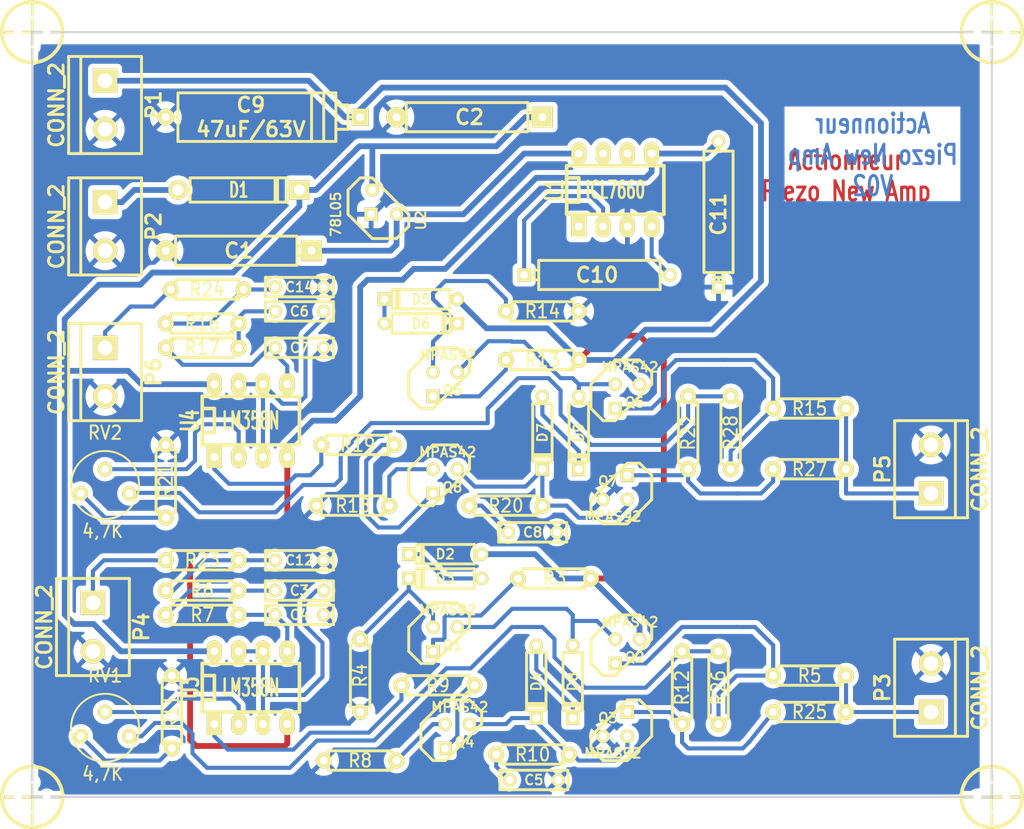
<source format=kicad_pcb>
(kicad_pcb (version 20221018) (generator pcbnew)
  (title_block (title "Actionneur_piezo"))
  (layers (0 "F.Cu" power "Composant") (31 "B.Cu" signal "Cuivre") (34 "B.Paste" user) (35 "F.Paste" user) (36 "B.SilkS" user "B.Silkscreen") (37 "F.SilkS" user "F.Silkscreen") (38 "B.Mask" user) (39 "F.Mask" user) (44 "Edge.Cuts" user))
  (net 0 "")
  (net 1 "+12V")
  (net 2 "-VAA")
  (net 3 "/12Vext")
  (net 4 "/ampli_h1")
  (net 5 "/ampli_h2")
  (net 6 "/ampli_h3")
  (net 7 "/ampli_h4")
  (net 8 "/ampli_h5")
  (net 9 "/ampli_h6")
  (net 10 "/ampli_h7")
  (net 11 "/ampli_h8")
  (net 12 "GND")
  (net 13 "HT")
  (net 14 "N-000005")
  (net 15 "N-000010")
  (net 16 "N-000011")
  (net 17 "N-000012")
  (net 18 "N-000013")
  (net 19 "N-000014")
  (net 20 "N-000015")
  (net 21 "N-000016")
  (net 22 "N-000017")
  (net 23 "N-000018")
  (net 24 "N-000019")
  (net 25 "N-000020")
  (net 26 "N-000021")
  (net 27 "N-000022")
  (net 28 "N-000023")
  (net 29 "N-000024")
  (net 30 "N-000025")
  (net 31 "N-000026")
  (net 32 "N-000027")
  (net 33 "N-000032")
  (net 34 "N-000033")
  (net 35 "N-000034")
  (net 36 "N-000035")
  (net 37 "N-000036")
  (net 38 "N-000037")
  (net 39 "N-000038")
  (net 40 "N-000039")
  (net 41 "N-000040")
  (net 42 "N-000041")
  (net 43 "N-000042")
  (net 44 "N-000043")
  (net 45 "N-000044")
  (net 46 "N-000045")
  (net 47 "N-000046")
  (net 48 "N-000047")
  (net 49 "N-000048")
  (net 50 "VCC")
  (footprint "bornier2" (layer "F.Cu") (at 95.885 59.436 -90)
    (fp_text reference "P1")
    (fp_text value "CONN_2")
  )
  (footprint "bornier2" (layer "F.Cu") (at 182.245 120.396 90)
    (fp_text reference "P3")
    (fp_text value "CONN_2")
  )
  (footprint "C2" (layer "F.Cu") (at 140.589 104.14)
    (fp_text reference "C8")
    (fp_text value "820pF" hide)
  )
  (footprint "C2" (layer "F.Cu") (at 116.205 112.776)
    (fp_text reference "C4")
    (fp_text value "4,7nF" hide)
  )
  (footprint "CP6" (layer "F.Cu") (at 133.985 60.706 180)
    (fp_text reference "C2")
    (fp_text value "47uF/20V" hide)
  )
  (footprint "CP8" (layer "F.Cu") (at 112.395 60.706 180)
    (fp_text reference "C9")
    (fp_text value "47uF/63V")
  )
  (footprint "C2" (layer "F.Cu") (at 140.716 130.048)
    (fp_text reference "C5")
    (fp_text value "820pF" hide)
  )
  (footprint "C2" (layer "F.Cu") (at 116.205 110.236 180)
    (fp_text reference "C3")
    (fp_text value "15nF" hide)
  )
  (footprint "C2" (layer "F.Cu") (at 116.205 81.026 180)
    (fp_text reference "C6")
    (fp_text value "15nF" hide)
  )
  (footprint "CP6" (layer "F.Cu") (at 109.855 74.676 180)
    (fp_text reference "C1")
    (fp_text value "47uF" hide)
  )
  (footprint "C2" (layer "F.Cu") (at 116.205 84.836)
    (fp_text reference "C7")
    (fp_text value "4,7nF" hide)
  )
  (footprint "D3" (layer "F.Cu") (at 128.905 82.296)
    (fp_text reference "D6")
    (fp_text value "1N4148" hide)
  )
  (footprint "D3" (layer "F.Cu") (at 140.97 119.761 -90)
    (fp_text reference "D4")
    (fp_text value "1N4148" hide)
  )
  (footprint "D3" (layer "F.Cu") (at 131.445 108.966 180)
    (fp_text reference "D3")
    (fp_text value "1N4148" hide)
  )
  (footprint "D3" (layer "F.Cu") (at 131.445 106.426 180)
    (fp_text reference "D2")
    (fp_text value "1N4148" hide)
  )
  (footprint "D5" (layer "F.Cu") (at 109.855 68.326)
    (fp_text reference "D1")
    (fp_text value "1N4007" hide)
  )
  (footprint "D3" (layer "F.Cu") (at 141.605 93.726 -90)
    (fp_text reference "D7")
    (fp_text value "1N4148" hide)
  )
  (footprint "D3" (layer "F.Cu") (at 128.905 79.756 180)
    (fp_text reference "D5")
    (fp_text value "1N4148" hide)
  )
  (footprint "LM78LXX" (layer "F.Cu") (at 125.095 69.596 90)
    (fp_text reference "U2")
    (fp_text value "78L05")
  )
  (footprint "R3-LARGE_PADS" (layer "F.Cu") (at 156.21 120.396 -90)
    (fp_text reference "R12")
    (fp_text value "220K" hide)
  )
  (footprint "R3-LARGE_PADS" (layer "F.Cu") (at 106.045 84.836)
    (fp_text reference "R17")
    (fp_text value "22K" hide)
  )
  (footprint "R3-LARGE_PADS" (layer "F.Cu") (at 142.875 108.966 180)
    (fp_text reference "R3")
    (fp_text value "470" hide)
  )
  (footprint "R3-LARGE_PADS" (layer "F.Cu") (at 121.793 101.346 180)
    (fp_text reference "R18")
    (fp_text value "1K" hide)
  )
  (footprint "R3-LARGE_PADS" (layer "F.Cu") (at 169.545 119.126 180)
    (fp_text reference "R5")
    (fp_text value "47" hide)
  )
  (footprint "R3-LARGE_PADS" (layer "F.Cu") (at 122.555 128.016 180)
    (fp_text reference "R8")
    (fp_text value "1K" hide)
  )
  (footprint "R3-LARGE_PADS" (layer "F.Cu") (at 141.605 86.106 180)
    (fp_text reference "R13")
    (fp_text value "470" hide)
  )
  (footprint "R3-LARGE_PADS" (layer "F.Cu") (at 156.845 93.726 -90)
    (fp_text reference "R22")
    (fp_text value "220K" hide)
  )
  (footprint "R3-LARGE_PADS" (layer "F.Cu") (at 102.87 122.936 90)
    (fp_text reference "R11")
    (fp_text value "4,7K" hide)
  )
  (footprint "R3-LARGE_PADS" (layer "F.Cu") (at 106.045 110.236 180)
    (fp_text reference "R6")
    (fp_text value "22K" hide)
  )
  (footprint "R3-LARGE_PADS" (layer "F.Cu") (at 102.235 98.806 90)
    (fp_text reference "R21")
    (fp_text value "4,7K" hide)
  )
  (footprint "R3-LARGE_PADS" (layer "F.Cu") (at 106.045 82.296 180)
    (fp_text reference "R16")
    (fp_text value "22K" hide)
  )
  (footprint "R3-LARGE_PADS" (layer "F.Cu") (at 122.301 94.996 180)
    (fp_text reference "R19")
    (fp_text value "1K" hide)
  )
  (footprint "R3-LARGE_PADS" (layer "F.Cu") (at 140.589 127.381 180)
    (fp_text reference "R10")
    (fp_text value "5,6K" hide)
  )
  (footprint "R3-LARGE_PADS" (layer "F.Cu") (at 137.795 101.346 180)
    (fp_text reference "R20")
    (fp_text value "5,6K" hide)
  )
  (footprint "R3-LARGE_PADS" (layer "F.Cu") (at 122.555 119.126 -90)
    (fp_text reference "R4")
    (fp_text value "220K" hide)
  )
  (footprint "R3-LARGE_PADS" (layer "F.Cu") (at 106.045 112.776 180)
    (fp_text reference "R7")
    (fp_text value "22K" hide)
  )
  (footprint "TO92-CBE" (layer "F.Cu") (at 149.225 124.206 180)
    (fp_text reference "Q3")
    (fp_text value "MPAS92")
  )
  (footprint "TO92-CBE" (layer "F.Cu") (at 131.445 88.646)
    (fp_text reference "Q5")
    (fp_text value "MPAS92")
  )
  (footprint "TO92-CBE" (layer "F.Cu") (at 149.225 99.441 180)
    (fp_text reference "Q7")
    (fp_text value "MPAS92")
  )
  (footprint "TO92-CBE" (layer "F.Cu") (at 150.495 89.916)
    (fp_text reference "Q6")
    (fp_text value "MPAS42")
  )
  (footprint "TO92-CBE" (layer "F.Cu") (at 131.445 115.316)
    (fp_text reference "Q1")
    (fp_text value "MPAS92")
  )
  (footprint "TO92-CBE" (layer "F.Cu") (at 150.495 116.586)
    (fp_text reference "Q2")
    (fp_text value "MPAS42")
  )
  (footprint "TO92-CBE" (layer "F.Cu") (at 132.715 125.476)
    (fp_text reference "Q4")
    (fp_text value "MPAS42")
  )
  (footprint "TO92-CBE" (layer "F.Cu") (at 131.445 98.806)
    (fp_text reference "Q8")
    (fp_text value "MPAS42")
  )
  (footprint "bornier2" (layer "F.Cu") (at 95.885 72.136 -90)
    (fp_text reference "P2")
    (fp_text value "CONN_2")
  )
  (footprint "DIP-8__300_ELL" (layer "F.Cu") (at 149.225 68.326)
    (fp_text reference "U1")
    (fp_text value "ICL7660")
  )
  (footprint "DIP-8__300_ELL" (layer "F.Cu") (at 111.125 92.456)
    (fp_text reference "U4")
    (fp_text value "LM358N")
  )
  (footprint "bornier2" (layer "F.Cu") (at 94.615 114.046 -90)
    (fp_text reference "P4")
    (fp_text value "CONN_2")
  )
  (footprint "bornier2" (layer "F.Cu") (at 182.245 97.536 90)
    (fp_text reference "P5")
    (fp_text value "CONN_2")
  )
  (footprint "bornier2" (layer "F.Cu") (at 95.885 87.376 -90)
    (fp_text reference "P6")
    (fp_text value "CONN_2")
  )
  (footprint "DIP-8__300_ELL" (layer "F.Cu") (at 111.125 120.396)
    (fp_text reference "U3")
    (fp_text value "LM358N")
  )
  (footprint "R3-LARGE_PADS" (layer "F.Cu") (at 130.683 120.142 180)
    (fp_text reference "R9")
    (fp_text value "1K" hide)
  )
  (footprint "R3-LARGE_PADS" (layer "F.Cu") (at 169.545 91.186 180)
    (fp_text reference "R15")
    (fp_text value "47" hide)
  )
  (footprint "RV2" (layer "F.Cu") (at 95.885 124.206)
    (fp_text reference "RV1")
    (fp_text value "4,7K")
  )
  (footprint "RV2" (layer "F.Cu") (at 95.885 98.806)
    (fp_text reference "RV2")
    (fp_text value "4,7K")
  )
  (footprint "MIRE" (layer "F.Cu") (at 188.595 51.816)
    (fp_text reference "MIRE" hide)
    (fp_text value "*" hide)
  )
  (footprint "MIRE" (layer "F.Cu") (at 88.265 51.816)
    (fp_text reference "MIRE" hide)
    (fp_text value "*" hide)
  )
  (footprint "MIRE" (layer "F.Cu") (at 88.265 131.826)
    (fp_text reference "MIRE" hide)
    (fp_text value "*" hide)
  )
  (footprint "MIRE" (layer "F.Cu") (at 188.595 131.826)
    (fp_text reference "MIRE" hide)
    (fp_text value "*" hide)
  )
  (footprint "CP6" (layer "F.Cu") (at 147.32 77.216)
    (fp_text reference "C10")
    (fp_text value "10uF" hide)
  )
  (footprint "CP6" (layer "F.Cu") (at 160.02 70.866 90)
    (fp_text reference "C11")
    (fp_text value "10uF" hide)
  )
  (footprint "R3-LARGE_PADS" (layer "F.Cu") (at 141.605 81.026)
    (fp_text reference "R14")
    (fp_text value "220K" hide)
  )
  (footprint "C2" (layer "F.Cu") (at 116.205 78.486)
    (fp_text reference "C14")
    (fp_text value "150nF" hide)
  )
  (footprint "C2" (layer "F.Cu") (at 116.205 107.061)
    (fp_text reference "C12")
    (fp_text value "150nF" hide)
  )
  (footprint "R3-LARGE_PADS" (layer "F.Cu") (at 106.045 107.061 180)
    (fp_text reference "R23")
    (fp_text value "1K" hide)
  )
  (footprint "R3-LARGE_PADS" (layer "F.Cu") (at 106.553 78.74 180)
    (fp_text reference "R24")
    (fp_text value "1K" hide)
  )
  (footprint "D3" (layer "F.Cu") (at 145.415 93.726 -90)
    (fp_text reference "D9")
    (fp_text value "1N4148" hide)
  )
  (footprint "D3" (layer "F.Cu") (at 144.78 119.761 -90)
    (fp_text reference "D8")
    (fp_text value "1N4148" hide)
  )
  (footprint "R3-LARGE_PADS" (layer "F.Cu") (at 169.545 122.936 180)
    (fp_text reference "R25")
    (fp_text value "47" hide)
  )
  (footprint "R3-LARGE_PADS" (layer "F.Cu") (at 160.02 120.396 -90)
    (fp_text reference "R26")
    (fp_text value "220K" hide)
  )
  (footprint "R3-LARGE_PADS" (layer "F.Cu") (at 169.545 97.536 180)
    (fp_text reference "R27")
    (fp_text value "47" hide)
  )
  (footprint "R3-LARGE_PADS" (layer "F.Cu") (at 161.29 93.726 -90)
    (fp_text reference "R28")
    (fp_text value "220K" hide)
  )
  (gr_line (start 88.265 51.816) (end 188.595 51.816) (stroke (width 0.2032)) (layer "Edge.Cuts"))
  (gr_line (start 188.595 51.816) (end 188.595 131.826) (stroke (width 0.2032)) (layer "Edge.Cuts"))
  (gr_line (start 188.595 131.826) (end 88.265 131.826) (stroke (width 0.2032)) (layer "Edge.Cuts"))
  (gr_line (start 88.265 131.826) (end 88.265 51.816) (stroke (width 0.2032)) (layer "Edge.Cuts"))
  (gr_text "Actionneur\nPiezo New Amp\nV02" (at 173.355 68.453) (layer "F.Cu") (effects (font (size 2.032 1.524) (thickness 0.3048))))
  (gr_text "Actionneur\nPiezo New Amp\nV02" (at 176.149 64.643) (layer "B.Cu") (effects (font (size 2.032 1.524) (thickness 0.3048)) (justify mirror)))
  (segment (start 91.6686 112.75314) (end 91.6686 87.249) (width 0.6096) (layer "B.Cu") (net 1))
  (segment (start 98.298 87.249) (end 99.695 88.646) (width 0.6096) (layer "B.Cu") (net 1))
  (segment (start 116.205 70.03542) (end 109.27842 76.962) (width 0.6096) (layer "B.Cu") (net 1))
  (segment (start 91.6686 85.4837) (end 91.6686 81.8134) (width 0.6096) (layer "B.Cu") (net 1))
  (segment (start 116.205 68.326) (end 117.91442 68.326) (width 0.6096) (layer "B.Cu") (net 1))
  (segment (start 107.315 116.586) (end 97.54108 116.586) (width 0.6096) (layer "B.Cu") (net 1))
  (segment (start 116.205 68.326) (end 116.205 70.03542) (width 0.6096) (layer "B.Cu") (net 1))
  (segment (start 91.6686 81.8134) (end 95.25 78.232) (width 0.6096) (layer "B.Cu") (net 1))
  (segment (start 95.25 78.232) (end 99.568 78.232) (width 0.6096) (layer "B.Cu") (net 1))
  (segment (start 123.825 68.326) (end 123.825 63.74892) (width 0.6096) (layer "B.Cu") (net 1))
  (segment (start 136.78916 63.74892) (end 139.83208 60.706) (width 0.6096) (layer "B.Cu") (net 1))
  (segment (start 92.64904 113.73358) (end 91.6686 112.75314) (width 0.6096) (layer "B.Cu") (net 1))
  (segment (start 99.568 78.232) (end 100.838 76.962) (width 0.6096) (layer "B.Cu") (net 1))
  (segment (start 117.91442 68.326) (end 122.4915 63.74892) (width 0.6096) (layer "B.Cu") (net 1))
  (segment (start 99.695 88.646) (end 107.315 88.646) (width 0.6096) (layer "B.Cu") (net 1))
  (segment (start 100.838 76.962) (end 109.27842 76.962) (width 0.6096) (layer "B.Cu") (net 1))
  (segment (start 97.54108 116.586) (end 94.68866 113.73358) (width 0.6096) (layer "B.Cu") (net 1))
  (segment (start 122.4915 63.74892) (end 123.825 63.74892) (width 0.6096) (layer "B.Cu") (net 1))
  (segment (start 141.605 60.706) (end 139.83208 60.706) (width 0.6096) (layer "B.Cu") (net 1))
  (segment (start 94.68866 113.73358) (end 92.64904 113.73358) (width 0.6096) (layer "B.Cu") (net 1))
  (segment (start 91.6686 87.249) (end 98.298 87.249) (width 0.6096) (layer "B.Cu") (net 1))
  (segment (start 123.825 63.74892) (end 136.78916 63.74892) (width 0.6096) (layer "B.Cu") (net 1))
  (segment (start 91.6686 87.249) (end 91.6686 85.4837) (width 0.6096) (layer "B.Cu") (net 1))
  (segment (start 105.41 126.492) (end 104.775 125.857) (width 0.6096) (layer "F.Cu") (net 2))
  (segment (start 114.935 102.108) (end 114.935 102.362) (width 0.6096) (layer "F.Cu") (net 2))
  (segment (start 114.935 96.266) (end 114.935 102.108) (width 0.6096) (layer "F.Cu") (net 2))
  (segment (start 112.776 104.521) (end 107.061 104.521) (width 0.6096) (layer "F.Cu") (net 2))
  (segment (start 114.681 126.492) (end 114.935 126.238) (width 0.6096) (layer "F.Cu") (net 2))
  (segment (start 104.775 109.601) (end 104.775 125.857) (width 0.6096) (layer "F.Cu") (net 2))
  (segment (start 113.411 126.492) (end 105.41 126.492) (width 0.6096) (layer "F.Cu") (net 2))
  (segment (start 113.411 126.492) (end 114.681 126.492) (width 0.6096) (layer "F.Cu") (net 2))
  (segment (start 107.061 104.521) (end 104.775 106.807) (width 0.6096) (layer "F.Cu") (net 2))
  (segment (start 104.775 106.807) (end 104.775 109.601) (width 0.6096) (layer "F.Cu") (net 2))
  (segment (start 114.935 126.238) (end 114.935 124.206) (width 0.6096) (layer "F.Cu") (net 2))
  (segment (start 114.935 102.362) (end 112.776 104.521) (width 0.6096) (layer "F.Cu") (net 2))
  (segment (start 128.143 76.581) (end 127 77.724) (width 0.6096) (layer "B.Cu") (net 2))
  (segment (start 140.97 67.056) (end 152.4 67.056) (width 0.6096) (layer "B.Cu") (net 2))
  (segment (start 120.015 92.456) (end 122.555 89.916) (width 0.6096) (layer "B.Cu") (net 2))
  (segment (start 153.035 64.516) (end 158.75 64.516) (width 0.6096) (layer "B.Cu") (net 2))
  (segment (start 114.935 96.266) (end 114.935 95.123) (width 0.6096) (layer "B.Cu") (net 2))
  (segment (start 153.035 66.421) (end 153.035 64.516) (width 0.6096) (layer "B.Cu") (net 2))
  (segment (start 123.317 77.724) (end 122.555 78.486) (width 0.6096) (layer "B.Cu") (net 2))
  (segment (start 152.4 67.056) (end 153.035 66.421) (width 0.6096) (layer "B.Cu") (net 2))
  (segment (start 128.905 76.581) (end 128.143 76.581) (width 0.6096) (layer "B.Cu") (net 2))
  (segment (start 117.602 92.456) (end 120.015 92.456) (width 0.6096) (layer "B.Cu") (net 2))
  (segment (start 114.935 95.123) (end 117.602 92.456) (width 0.6096) (layer "B.Cu") (net 2))
  (segment (start 128.905 76.581) (end 131.445 76.581) (width 0.6096) (layer "B.Cu") (net 2))
  (segment (start 122.555 89.916) (end 122.555 78.486) (width 0.6096) (layer "B.Cu") (net 2))
  (segment (start 131.445 76.581) (end 140.97 67.056) (width 0.6096) (layer "B.Cu") (net 2))
  (segment (start 158.75 64.516) (end 160.02 63.246) (width 0.6096) (layer "B.Cu") (net 2))
  (segment (start 127 77.724) (end 123.317 77.724) (width 0.6096) (layer "B.Cu") (net 2))
  (segment (start 98.92792 68.326) (end 97.65792 69.596) (width 0.6096) (layer "B.Cu") (net 3))
  (segment (start 95.885 69.596) (end 97.65792 69.596) (width 0.6096) (layer "B.Cu") (net 3))
  (segment (start 103.505 68.326) (end 98.92792 68.326) (width 0.6096) (layer "B.Cu") (net 3))
  (segment (start 116.713 121.158) (end 112.395 121.158) (width 0.4318) (layer "B.Cu") (net 4))
  (segment (start 116.713 113.792) (end 118.618 115.697) (width 0.4318) (layer "B.Cu") (net 4))
  (segment (start 112.395 124.206) (end 112.395 121.158) (width 0.4318) (layer "B.Cu") (net 4))
  (segment (start 118.618 115.697) (end 118.618 119.253) (width 0.4318) (layer "B.Cu") (net 4))
  (segment (start 116.713 111.506) (end 116.713 112.522) (width 0.4318) (layer "B.Cu") (net 4))
  (segment (start 112.395 121.158) (end 112.395 116.586) (width 0.4318) (layer "B.Cu") (net 4))
  (segment (start 116.713 112.522) (end 116.713 113.792) (width 0.4318) (layer "B.Cu") (net 4))
  (segment (start 112.395 116.586) (end 109.855 116.586) (width 0.4318) (layer "B.Cu") (net 4))
  (segment (start 117.983 110.236) (end 116.713 111.506) (width 0.4318) (layer "B.Cu") (net 4))
  (segment (start 118.618 119.253) (end 116.713 121.158) (width 0.4318) (layer "B.Cu") (net 4))
  (segment (start 118.745 110.236) (end 117.983 110.236) (width 0.4318) (layer "B.Cu") (net 4))
  (segment (start 118.745 81.661) (end 116.84 83.566) (width 0.4318) (layer "B.Cu") (net 5))
  (segment (start 116.84 89.916) (end 116.078 90.678) (width 0.4318) (layer "B.Cu") (net 5))
  (segment (start 109.855 88.646) (end 112.395 88.646) (width 0.4318) (layer "B.Cu") (net 5))
  (segment (start 114.427 90.678) (end 112.395 88.646) (width 0.4318) (layer "B.Cu") (net 5))
  (segment (start 116.84 83.566) (end 116.84 89.916) (width 0.4318) (layer "B.Cu") (net 5))
  (segment (start 112.395 88.646) (end 112.395 96.266) (width 0.4318) (layer "B.Cu") (net 5))
  (segment (start 118.745 81.026) (end 118.745 81.661) (width 0.4318) (layer "B.Cu") (net 5))
  (segment (start 116.078 90.678) (end 114.427 90.678) (width 0.4318) (layer "B.Cu") (net 5))
  (segment (start 173.355 122.936) (end 173.355 119.126) (width 0.4318) (layer "B.Cu") (net 6))
  (segment (start 173.355 122.936) (end 182.245 122.936) (width 0.4318) (layer "B.Cu") (net 6))
  (segment (start 94.615 111.506) (end 94.615 108.204) (width 0.4318) (layer "B.Cu") (net 7))
  (segment (start 94.615 108.204) (end 95.758 107.061) (width 0.4318) (layer "B.Cu") (net 7))
  (segment (start 95.758 107.061) (end 102.235 107.061) (width 0.4318) (layer "B.Cu") (net 7))
  (segment (start 173.355 97.536) (end 173.355 100.076) (width 0.4318) (layer "B.Cu") (net 8))
  (segment (start 173.355 100.076) (end 182.245 100.076) (width 0.4318) (layer "B.Cu") (net 8))
  (segment (start 173.355 97.536) (end 173.355 91.186) (width 0.4318) (layer "B.Cu") (net 8))
  (segment (start 98.552 80.518) (end 100.965 80.518) (width 0.4318) (layer "B.Cu") (net 9))
  (segment (start 95.885 83.185) (end 98.552 80.518) (width 0.4318) (layer "B.Cu") (net 9))
  (segment (start 100.965 80.518) (end 102.743 78.74) (width 0.4318) (layer "B.Cu") (net 9))
  (segment (start 95.885 84.836) (end 95.885 83.185) (width 0.4318) (layer "B.Cu") (net 9))
  (segment (start 160.02 116.586) (end 156.21 116.586) (width 0.4318) (layer "B.Cu") (net 10))
  (segment (start 152.4 120.396) (end 146.05 120.396) (width 0.4318) (layer "B.Cu") (net 10))
  (segment (start 141.605 114.046) (end 142.875 115.316) (width 0.4318) (layer "B.Cu") (net 10))
  (segment (start 118.0465 125.9205) (end 117.221 126.746) (width 0.4318) (layer "B.Cu") (net 10))
  (segment (start 142.875 115.316) (end 142.875 117.221) (width 0.4318) (layer "B.Cu") (net 10))
  (segment (start 152.4 120.396) (end 156.21 116.586) (width 0.4318) (layer "B.Cu") (net 10))
  (segment (start 106.553 128.778) (end 105.029 127.254) (width 0.4318) (layer "B.Cu") (net 10))
  (segment (start 98.425 125.476) (end 99.695 125.476) (width 0.4318) (layer "B.Cu") (net 10))
  (segment (start 124.0155 125.9205) (end 131.572 118.364) (width 0.4318) (layer "B.Cu") (net 10))
  (segment (start 117.221 126.746) (end 115.189 128.778) (width 0.4318) (layer "B.Cu") (net 10))
  (segment (start 115.189 128.778) (end 106.553 128.778) (width 0.4318) (layer "B.Cu") (net 10))
  (segment (start 134.112 118.364) (end 138.43 114.046) (width 0.4318) (layer "B.Cu") (net 10))
  (segment (start 131.572 118.364) (end 133.35 118.364) (width 0.4318) (layer "B.Cu") (net 10))
  (segment (start 105.029 125.222) (end 105.029 127.254) (width 0.4318) (layer "B.Cu") (net 10))
  (segment (start 103.886 124.079) (end 105.029 125.222) (width 0.4318) (layer "B.Cu") (net 10))
  (segment (start 124.0155 125.9205) (end 118.0465 125.9205) (width 0.4318) (layer "B.Cu") (net 10))
  (segment (start 101.092 124.079) (end 103.886 124.079) (width 0.4318) (layer "B.Cu") (net 10))
  (segment (start 133.35 118.364) (end 134.112 118.364) (width 0.4318) (layer "B.Cu") (net 10))
  (segment (start 99.695 125.476) (end 101.092 124.079) (width 0.4318) (layer "B.Cu") (net 10))
  (segment (start 138.43 114.046) (end 141.605 114.046) (width 0.4318) (layer "B.Cu") (net 10))
  (segment (start 142.875 117.221) (end 146.05 120.396) (width 0.4318) (layer "B.Cu") (net 10))
  (segment (start 143.51 89.281) (end 143.51 91.821) (width 0.4318) (layer "B.Cu") (net 11))
  (segment (start 118.618 99.187) (end 119.888 99.187) (width 0.4318) (layer "B.Cu") (net 11))
  (segment (start 143.51 91.821) (end 146.685 94.996) (width 0.4318) (layer "B.Cu") (net 11))
  (segment (start 98.425 100.076) (end 98.48596 100.01504) (width 0.4318) (layer "B.Cu") (net 11))
  (segment (start 154.305 94.996) (end 146.685 94.996) (width 0.4318) (layer "B.Cu") (net 11))
  (segment (start 142.24 88.011) (end 143.51 89.281) (width 0.4318) (layer "B.Cu") (net 11))
  (segment (start 120.523 95.885) (end 120.523 98.552) (width 0.4318) (layer "B.Cu") (net 11))
  (segment (start 139.065 88.011) (end 142.24 88.011) (width 0.4318) (layer "B.Cu") (net 11))
  (segment (start 105.7275 102.0445) (end 103.69804 100.01504) (width 0.4318) (layer "B.Cu") (net 11))
  (segment (start 135.89 91.186) (end 139.065 88.011) (width 0.4318) (layer "B.Cu") (net 11))
  (segment (start 113.7285 102.0445) (end 116.078 99.695) (width 0.4318) (layer "B.Cu") (net 11))
  (segment (start 156.845 89.916) (end 161.29 89.916) (width 0.4318) (layer "B.Cu") (net 11))
  (segment (start 105.7275 102.0445) (end 113.7285 102.0445) (width 0.4318) (layer "B.Cu") (net 11))
  (segment (start 98.48596 100.01504) (end 103.69804 100.01504) (width 0.4318) (layer "B.Cu") (net 11))
  (segment (start 135.89 92.71) (end 135.89 91.186) (width 0.4318) (layer "B.Cu") (net 11))
  (segment (start 119.888 99.187) (end 120.523 98.552) (width 0.4318) (layer "B.Cu") (net 11))
  (segment (start 156.845 89.916) (end 156.845 92.456) (width 0.4318) (layer "B.Cu") (net 11))
  (segment (start 135.89 92.71) (end 123.698 92.71) (width 0.4318) (layer "B.Cu") (net 11))
  (segment (start 156.845 92.456) (end 154.305 94.996) (width 0.4318) (layer "B.Cu") (net 11))
  (segment (start 118.618 99.187) (end 116.586 99.187) (width 0.4318) (layer "B.Cu") (net 11))
  (segment (start 116.586 99.187) (end 116.078 99.695) (width 0.4318) (layer "B.Cu") (net 11))
  (segment (start 123.698 92.71) (end 120.523 95.885) (width 0.4318) (layer "B.Cu") (net 11))
  (segment (start 123.698 70.866) (end 123.825 70.866) (width 0.6096) (layer "B.Cu") (net 12))
  (segment (start 160.02 72.771) (end 160.02 78.486) (width 0.6096) (layer "B.Cu") (net 12))
  (segment (start 156.21 68.961) (end 160.02 72.771) (width 0.6096) (layer "B.Cu") (net 12))
  (segment (start 123.825 70.866) (end 125.73 68.961) (width 0.6096) (layer "B.Cu") (net 12))
  (segment (start 150.495 72.136) (end 150.495 70.231) (width 0.6096) (layer "B.Cu") (net 12))
  (segment (start 151.765 68.961) (end 156.21 68.961) (width 0.6096) (layer "B.Cu") (net 12))
  (segment (start 150.495 70.231) (end 151.765 68.961) (width 0.6096) (layer "B.Cu") (net 12))
  (segment (start 154.305 86.106) (end 154.305 106.426) (width 0.6096) (layer "F.Cu") (net 13))
  (segment (start 151.765 108.966) (end 146.685 108.966) (width 0.6096) (layer "F.Cu") (net 13))
  (segment (start 147.955 83.566) (end 151.765 83.566) (width 0.6096) (layer "F.Cu") (net 13))
  (segment (start 151.765 83.566) (end 154.305 86.106) (width 0.6096) (layer "F.Cu") (net 13))
  (segment (start 145.415 86.106) (end 147.955 83.566) (width 0.6096) (layer "F.Cu") (net 13))
  (segment (start 154.305 106.426) (end 151.765 108.966) (width 0.6096) (layer "F.Cu") (net 13))
  (segment (start 143.383 108.966) (end 146.685 108.966) (width 0.6096) (layer "B.Cu") (net 13))
  (segment (start 151.765 114.04854) (end 150.93696 113.21542) (width 0.6096) (layer "B.Cu") (net 13))
  (segment (start 135.76046 82.80146) (end 142.11046 82.80146) (width 0.6096) (layer "B.Cu") (net 13))
  (segment (start 164.465 61.341) (end 164.465 77.851) (width 0.6096) (layer "B.Cu") (net 13))
  (segment (start 160.74136 57.61736) (end 164.465 61.341) (width 0.6096) (layer "B.Cu") (net 13))
  (segment (start 121.76506 60.706) (end 120.97258 60.706) (width 0.6096) (layer "B.Cu") (net 13))
  (segment (start 149.225 86.106) (end 145.415 86.106) (width 0.6096) (layer "B.Cu") (net 13))
  (segment (start 146.685 108.966) (end 150.93696 113.21542) (width 0.6096) (layer "B.Cu") (net 13))
  (segment (start 140.843 106.426) (end 143.383 108.966) (width 0.6096) (layer "B.Cu") (net 13))
  (segment (start 122.555 60.706) (end 121.76506 60.706) (width 0.6096) (layer "B.Cu") (net 13))
  (segment (start 135.255 106.426) (end 140.716 106.426) (width 0.6096) (layer "B.Cu") (net 13))
  (segment (start 120.97258 60.706) (end 117.16258 56.896) (width 0.6096) (layer "B.Cu") (net 13))
  (segment (start 132.715 79.756) (end 135.76046 82.80146) (width 0.6096) (layer "B.Cu") (net 13))
  (segment (start 121.76506 60.706) (end 124.8537 57.61736) (width 0.6096) (layer "B.Cu") (net 13))
  (segment (start 152.4 82.931) (end 149.225 86.106) (width 0.6096) (layer "B.Cu") (net 13))
  (segment (start 159.385 82.931) (end 152.4 82.931) (width 0.6096) (layer "B.Cu") (net 13))
  (segment (start 140.716 106.426) (end 140.843 106.426) (width 0.6096) (layer "B.Cu") (net 13))
  (segment (start 151.765 88.646) (end 149.225 86.106) (width 0.6096) (layer "B.Cu") (net 13))
  (segment (start 124.8537 57.61736) (end 160.74136 57.61736) (width 0.6096) (layer "B.Cu") (net 13))
  (segment (start 117.16258 56.896) (end 95.885 56.896) (width 0.6096) (layer "B.Cu") (net 13))
  (segment (start 151.765 115.316) (end 151.765 114.04854) (width 0.6096) (layer "B.Cu") (net 13))
  (segment (start 142.11046 82.80146) (end 145.415 86.106) (width 0.6096) (layer "B.Cu") (net 13))
  (segment (start 164.465 77.851) (end 159.385 82.931) (width 0.6096) (layer "B.Cu") (net 13))
  (segment (start 153.035 75.311) (end 154.94 77.216) (width 0.4318) (layer "B.Cu") (net 14))
  (segment (start 153.035 72.136) (end 153.035 75.311) (width 0.4318) (layer "B.Cu") (net 14))
  (segment (start 142.24 68.961) (end 146.685 68.961) (width 0.4318) (layer "B.Cu") (net 15))
  (segment (start 146.685 68.961) (end 147.955 70.231) (width 0.4318) (layer "B.Cu") (net 15))
  (segment (start 139.7 77.216) (end 139.7 71.501) (width 0.4318) (layer "B.Cu") (net 15))
  (segment (start 139.7 71.501) (end 142.24 68.961) (width 0.4318) (layer "B.Cu") (net 15))
  (segment (start 147.955 70.231) (end 147.955 72.136) (width 0.4318) (layer "B.Cu") (net 15))
  (segment (start 134.493 120.142) (end 134.112 120.142) (width 0.4318) (layer "B.Cu") (net 16))
  (segment (start 134.112 120.142) (end 132.715 121.539) (width 0.4318) (layer "B.Cu") (net 16))
  (segment (start 132.715 125.476) (end 131.445 126.746) (width 0.4318) (layer "B.Cu") (net 16))
  (segment (start 132.715 121.539) (end 132.715 125.476) (width 0.4318) (layer "B.Cu") (net 16))
  (segment (start 127.635 106.426) (end 128.83642 106.426) (width 0.4318) (layer "B.Cu") (net 17))
  (segment (start 135.255 108.966) (end 131.37642 108.966) (width 0.4318) (layer "B.Cu") (net 17))
  (segment (start 131.37642 108.966) (end 128.83642 106.426) (width 0.4318) (layer "B.Cu") (net 17))
  (segment (start 102.235 112.776) (end 104.775 110.236) (width 0.4318) (layer "B.Cu") (net 18))
  (segment (start 113.665 110.236) (end 109.855 110.236) (width 0.4318) (layer "B.Cu") (net 18))
  (segment (start 104.775 110.236) (end 109.855 110.236) (width 0.4318) (layer "B.Cu") (net 18))
  (segment (start 109.855 107.061) (end 113.665 107.061) (width 0.4318) (layer "B.Cu") (net 19))
  (segment (start 102.235 110.236) (end 102.997 110.236) (width 0.4318) (layer "B.Cu") (net 19))
  (segment (start 106.172 107.061) (end 109.855 107.061) (width 0.4318) (layer "B.Cu") (net 19))
  (segment (start 102.997 110.236) (end 106.172 107.061) (width 0.4318) (layer "B.Cu") (net 19))
  (segment (start 136.779 127.381) (end 136.779 128.651) (width 0.4318) (layer "B.Cu") (net 20))
  (segment (start 136.779 128.651) (end 138.176 130.048) (width 0.4318) (layer "B.Cu") (net 20))
  (segment (start 163.83 114.046) (end 161.925 114.046) (width 0.4318) (layer "B.Cu") (net 21))
  (segment (start 165.735 119.126) (end 165.735 115.951) (width 0.4318) (layer "B.Cu") (net 21))
  (segment (start 160.02 121.031) (end 161.925 119.126) (width 0.4318) (layer "B.Cu") (net 21))
  (segment (start 165.735 115.951) (end 163.83 114.046) (width 0.4318) (layer "B.Cu") (net 21))
  (segment (start 156.21 114.046) (end 152.4 117.856) (width 0.4318) (layer "B.Cu") (net 21))
  (segment (start 161.925 114.046) (end 156.21 114.046) (width 0.4318) (layer "B.Cu") (net 21))
  (segment (start 160.02 124.206) (end 160.02 121.031) (width 0.4318) (layer "B.Cu") (net 21))
  (segment (start 152.4 117.856) (end 149.225 117.856) (width 0.4318) (layer "B.Cu") (net 21))
  (segment (start 161.925 119.126) (end 165.735 119.126) (width 0.4318) (layer "B.Cu") (net 21))
  (segment (start 150.495 122.936) (end 154.94 122.936) (width 0.4318) (layer "B.Cu") (net 22))
  (segment (start 156.21 124.206) (end 156.21 126.111) (width 0.4318) (layer "B.Cu") (net 22))
  (segment (start 163.195 126.111) (end 165.735 122.936) (width 0.4318) (layer "B.Cu") (net 22))
  (segment (start 162.56 126.746) (end 163.195 126.111) (width 0.4318) (layer "B.Cu") (net 22))
  (segment (start 156.845 126.746) (end 162.56 126.746) (width 0.4318) (layer "B.Cu") (net 22))
  (segment (start 154.94 122.936) (end 156.21 124.206) (width 0.4318) (layer "B.Cu") (net 22))
  (segment (start 156.21 126.111) (end 156.845 126.746) (width 0.4318) (layer "B.Cu") (net 22))
  (segment (start 95.885 128.016) (end 101.6 128.016) (width 0.4318) (layer "B.Cu") (net 23))
  (segment (start 102.87 126.746) (end 101.6 128.016) (width 0.4318) (layer "B.Cu") (net 23))
  (segment (start 93.345 125.476) (end 95.885 128.016) (width 0.4318) (layer "B.Cu") (net 23))
  (segment (start 122.555 115.24742) (end 127.635 110.16742) (width 0.4318) (layer "B.Cu") (net 24))
  (segment (start 130.175 112.70742) (end 130.175 114.046) (width 0.4318) (layer "B.Cu") (net 24))
  (segment (start 127.635 110.16742) (end 130.175 112.70742) (width 0.4318) (layer "B.Cu") (net 24))
  (segment (start 127.635 108.966) (end 127.635 110.16742) (width 0.4318) (layer "B.Cu") (net 24))
  (segment (start 122.555 115.316) (end 122.555 115.24742) (width 0.4318) (layer "B.Cu") (net 24))
  (segment (start 126.365 128.016) (end 130.175 124.206) (width 0.4318) (layer "B.Cu") (net 25))
  (segment (start 130.175 124.206) (end 131.445 124.206) (width 0.4318) (layer "B.Cu") (net 25))
  (segment (start 123.444 125.095) (end 126.873 121.666) (width 0.4318) (layer "B.Cu") (net 26))
  (segment (start 126.873 121.666) (end 126.873 120.142) (width 0.4318) (layer "B.Cu") (net 26))
  (segment (start 115.57 126.873) (end 108.712 126.873) (width 0.4318) (layer "B.Cu") (net 26))
  (segment (start 116.5225 125.9205) (end 115.57 126.873) (width 0.4318) (layer "B.Cu") (net 26))
  (segment (start 108.712 126.873) (end 107.315 125.476) (width 0.4318) (layer "B.Cu") (net 26))
  (segment (start 117.348 125.095) (end 123.444 125.095) (width 0.4318) (layer "B.Cu") (net 26))
  (segment (start 116.5225 125.9205) (end 117.348 125.095) (width 0.4318) (layer "B.Cu") (net 26))
  (segment (start 107.315 125.476) (end 107.315 124.206) (width 0.4318) (layer "B.Cu") (net 26))
  (segment (start 95.885 122.936) (end 102.108 122.936) (width 0.4318) (layer "B.Cu") (net 27))
  (segment (start 102.108 122.936) (end 103.505 121.539) (width 0.4318) (layer "B.Cu") (net 27))
  (segment (start 109.855 122.301) (end 109.855 124.206) (width 0.4318) (layer "B.Cu") (net 27))
  (segment (start 109.093 121.539) (end 109.855 122.301) (width 0.4318) (layer "B.Cu") (net 27))
  (segment (start 103.505 121.539) (end 109.093 121.539) (width 0.4318) (layer "B.Cu") (net 27))
  (segment (start 144.78 122.301) (end 144.78 123.571) (width 0.4318) (layer "B.Cu") (net 28))
  (segment (start 140.97 115.951) (end 140.97 118.491) (width 0.4318) (layer "B.Cu") (net 28))
  (segment (start 140.97 118.491) (end 144.78 122.301) (width 0.4318) (layer "B.Cu") (net 28))
  (segment (start 114.935 114.046) (end 114.935 116.586) (width 0.4318) (layer "B.Cu") (net 29))
  (segment (start 109.855 112.776) (end 113.665 112.776) (width 0.4318) (layer "B.Cu") (net 29))
  (segment (start 113.665 112.776) (end 114.935 114.046) (width 0.4318) (layer "B.Cu") (net 29))
  (segment (start 145.415 128.016) (end 149.225 128.016) (width 0.4318) (layer "B.Cu") (net 30))
  (segment (start 137.795 124.206) (end 138.43 123.571) (width 0.4318) (layer "B.Cu") (net 30))
  (segment (start 140.97 123.952) (end 144.399 127.381) (width 0.4318) (layer "B.Cu") (net 30))
  (segment (start 144.78 127.381) (end 145.415 128.016) (width 0.4318) (layer "B.Cu") (net 30))
  (segment (start 150.495 126.746) (end 150.495 125.476) (width 0.4318) (layer "B.Cu") (net 30))
  (segment (start 149.225 128.016) (end 150.495 126.746) (width 0.4318) (layer "B.Cu") (net 30))
  (segment (start 144.399 127.381) (end 144.78 127.381) (width 0.4318) (layer "B.Cu") (net 30))
  (segment (start 133.985 124.206) (end 137.795 124.206) (width 0.4318) (layer "B.Cu") (net 30))
  (segment (start 140.97 123.571) (end 140.97 123.952) (width 0.4318) (layer "B.Cu") (net 30))
  (segment (start 138.43 123.571) (end 140.97 123.571) (width 0.4318) (layer "B.Cu") (net 30))
  (segment (start 138.43 112.141) (end 136.525 114.046) (width 0.4318) (layer "B.Cu") (net 31))
  (segment (start 144.78 112.776) (end 144.145 112.141) (width 0.4318) (layer "B.Cu") (net 31))
  (segment (start 144.145 112.141) (end 138.43 112.141) (width 0.4318) (layer "B.Cu") (net 31))
  (segment (start 144.78 115.951) (end 144.78 113.411) (width 0.4318) (layer "B.Cu") (net 31))
  (segment (start 144.78 113.411) (end 144.78 112.776) (width 0.4318) (layer "B.Cu") (net 31))
  (segment (start 147.32 113.411) (end 144.78 113.411) (width 0.4318) (layer "B.Cu") (net 31))
  (segment (start 149.225 115.316) (end 147.32 113.411) (width 0.4318) (layer "B.Cu") (net 31))
  (segment (start 136.525 114.046) (end 132.715 114.046) (width 0.4318) (layer "B.Cu") (net 31))
  (segment (start 135.18896 112.84204) (end 139.065 108.966) (width 0.4318) (layer "B.Cu") (net 32))
  (segment (start 131.37642 113.03254) (end 131.56692 112.84204) (width 0.4318) (layer "B.Cu") (net 32))
  (segment (start 130.175 116.586) (end 130.175 115.38458) (width 0.4318) (layer "B.Cu") (net 32))
  (segment (start 130.175 115.38458) (end 131.2545 115.38458) (width 0.4318) (layer "B.Cu") (net 32))
  (segment (start 131.2545 115.38458) (end 131.37642 115.26266) (width 0.4318) (layer "B.Cu") (net 32))
  (segment (start 131.56692 112.84204) (end 135.18896 112.84204) (width 0.4318) (layer "B.Cu") (net 32))
  (segment (start 131.37642 115.26266) (end 131.37642 113.03254) (width 0.4318) (layer "B.Cu") (net 32))
  (segment (start 126.619 103.632) (end 130.175 100.076) (width 0.4318) (layer "B.Cu") (net 33))
  (segment (start 124.841 94.996) (end 123.19 96.647) (width 0.4318) (layer "B.Cu") (net 33))
  (segment (start 123.19 96.647) (end 123.19 102.362) (width 0.4318) (layer "B.Cu") (net 33))
  (segment (start 123.19 102.362) (end 124.46 103.632) (width 0.4318) (layer "B.Cu") (net 33))
  (segment (start 124.46 103.632) (end 126.619 103.632) (width 0.4318) (layer "B.Cu") (net 33))
  (segment (start 126.111 94.996) (end 124.841 94.996) (width 0.4318) (layer "B.Cu") (net 33))
  (segment (start 125.095 79.756) (end 125.095 82.296) (width 0.4318) (layer "B.Cu") (net 34))
  (segment (start 109.855 81.661) (end 110.49 81.026) (width 0.4318) (layer "B.Cu") (net 35))
  (segment (start 109.855 84.836) (end 109.855 82.296) (width 0.4318) (layer "B.Cu") (net 35))
  (segment (start 109.855 82.296) (end 109.855 81.661) (width 0.4318) (layer "B.Cu") (net 35))
  (segment (start 110.49 81.026) (end 113.665 81.026) (width 0.4318) (layer "B.Cu") (net 35))
  (segment (start 110.363 78.74) (end 113.411 78.74) (width 0.4318) (layer "B.Cu") (net 36))
  (segment (start 113.411 78.74) (end 113.665 78.486) (width 0.4318) (layer "B.Cu") (net 36))
  (segment (start 102.235 82.296) (end 106.807 82.296) (width 0.4318) (layer "B.Cu") (net 36))
  (segment (start 106.807 82.296) (end 110.363 78.74) (width 0.4318) (layer "B.Cu") (net 36))
  (segment (start 135.255 101.346) (end 138.049 104.14) (width 0.4318) (layer "B.Cu") (net 37))
  (segment (start 133.985 101.346) (end 135.255 101.346) (width 0.4318) (layer "B.Cu") (net 37))
  (segment (start 165.735 88.011) (end 163.83 86.106) (width 0.4318) (layer "B.Cu") (net 38))
  (segment (start 155.575 86.106) (end 160.655 86.106) (width 0.4318) (layer "B.Cu") (net 38))
  (segment (start 165.735 91.186) (end 165.735 88.011) (width 0.4318) (layer "B.Cu") (net 38))
  (segment (start 154.305 89.916) (end 153.035 91.186) (width 0.4318) (layer "B.Cu") (net 38))
  (segment (start 154.305 89.916) (end 154.305 87.376) (width 0.4318) (layer "B.Cu") (net 38))
  (segment (start 154.305 87.376) (end 155.575 86.106) (width 0.4318) (layer "B.Cu") (net 38))
  (segment (start 161.29 97.536) (end 161.29 95.631) (width 0.4318) (layer "B.Cu") (net 38))
  (segment (start 163.83 86.106) (end 160.655 86.106) (width 0.4318) (layer "B.Cu") (net 38))
  (segment (start 161.29 95.631) (end 165.735 91.186) (width 0.4318) (layer "B.Cu") (net 38))
  (segment (start 149.225 91.186) (end 153.035 91.186) (width 0.4318) (layer "B.Cu") (net 38))
  (segment (start 158.115 100.076) (end 161.925 100.076) (width 0.4318) (layer "B.Cu") (net 39))
  (segment (start 165.735 97.536) (end 165.735 98.806) (width 0.4318) (layer "B.Cu") (net 39))
  (segment (start 156.845 97.536) (end 156.845 98.806) (width 0.4318) (layer "B.Cu") (net 39))
  (segment (start 156.845 98.806) (end 158.115 100.076) (width 0.4318) (layer "B.Cu") (net 39))
  (segment (start 150.495 98.171) (end 156.21 98.171) (width 0.4318) (layer "B.Cu") (net 39))
  (segment (start 165.735 98.806) (end 164.465 100.076) (width 0.4318) (layer "B.Cu") (net 39))
  (segment (start 164.465 100.076) (end 161.925 100.076) (width 0.4318) (layer "B.Cu") (net 39))
  (segment (start 156.21 98.171) (end 156.845 97.536) (width 0.4318) (layer "B.Cu") (net 39))
  (segment (start 95.885 102.616) (end 102.235 102.616) (width 0.4318) (layer "B.Cu") (net 40))
  (segment (start 93.345 100.076) (end 95.885 102.616) (width 0.4318) (layer "B.Cu") (net 40))
  (segment (start 130.175 79.756) (end 132.715 82.296) (width 0.4318) (layer "B.Cu") (net 41))
  (segment (start 130.175 79.121) (end 130.175 79.756) (width 0.4318) (layer "B.Cu") (net 41))
  (segment (start 130.175 84.201) (end 130.175 87.376) (width 0.4318) (layer "B.Cu") (net 41))
  (segment (start 132.715 82.296) (end 132.08 82.296) (width 0.4318) (layer "B.Cu") (net 41))
  (segment (start 132.08 82.296) (end 130.175 84.201) (width 0.4318) (layer "B.Cu") (net 41))
  (segment (start 137.795 81.026) (end 137.795 79.756) (width 0.4318) (layer "B.Cu") (net 41))
  (segment (start 137.795 79.756) (end 135.89 77.851) (width 0.4318) (layer "B.Cu") (net 41))
  (segment (start 135.89 77.851) (end 131.445 77.851) (width 0.4318) (layer "B.Cu") (net 41))
  (segment (start 131.445 77.851) (end 130.175 79.121) (width 0.4318) (layer "B.Cu") (net 41))
  (segment (start 130.175 97.536) (end 126.365 97.536) (width 0.4318) (layer "B.Cu") (net 42))
  (segment (start 125.603 98.298) (end 125.603 101.346) (width 0.4318) (layer "B.Cu") (net 42))
  (segment (start 126.365 97.536) (end 125.603 98.298) (width 0.4318) (layer "B.Cu") (net 42))
  (segment (start 115.824 98.171) (end 114.935 99.06) (width 0.4318) (layer "B.Cu") (net 43))
  (segment (start 116.967 98.171) (end 117.348 98.171) (width 0.4318) (layer "B.Cu") (net 43))
  (segment (start 116.967 98.171) (end 115.824 98.171) (width 0.4318) (layer "B.Cu") (net 43))
  (segment (start 107.315 96.266) (end 107.315 97.536) (width 0.4318) (layer "B.Cu") (net 43))
  (segment (start 117.348 98.171) (end 118.491 97.028) (width 0.4318) (layer "B.Cu") (net 43))
  (segment (start 108.839 99.06) (end 114.046 99.06) (width 0.4318) (layer "B.Cu") (net 43))
  (segment (start 114.935 99.06) (end 115.824 98.171) (width 0.4318) (layer "B.Cu") (net 43))
  (segment (start 107.315 97.536) (end 108.839 99.06) (width 0.4318) (layer "B.Cu") (net 43))
  (segment (start 118.491 97.028) (end 118.491 94.996) (width 0.4318) (layer "B.Cu") (net 43))
  (segment (start 114.046 99.06) (end 114.935 99.06) (width 0.4318) (layer "B.Cu") (net 43))
  (segment (start 106.172 92.837) (end 109.093 92.837) (width 0.4318) (layer "B.Cu") (net 44))
  (segment (start 105.283 93.726) (end 106.172 92.837) (width 0.4318) (layer "B.Cu") (net 44))
  (segment (start 109.855 93.599) (end 109.855 96.266) (width 0.4318) (layer "B.Cu") (net 44))
  (segment (start 104.394 97.536) (end 105.283 96.647) (width 0.4318) (layer "B.Cu") (net 44))
  (segment (start 109.093 92.837) (end 109.855 93.599) (width 0.4318) (layer "B.Cu") (net 44))
  (segment (start 105.283 96.647) (end 105.283 93.726) (width 0.4318) (layer "B.Cu") (net 44))
  (segment (start 95.885 97.536) (end 104.394 97.536) (width 0.4318) (layer "B.Cu") (net 44))
  (segment (start 145.415 95.631) (end 145.415 97.536) (width 0.4318) (layer "B.Cu") (net 45))
  (segment (start 141.605 89.916) (end 141.605 91.821) (width 0.4318) (layer "B.Cu") (net 45))
  (segment (start 141.605 91.821) (end 145.415 95.631) (width 0.4318) (layer "B.Cu") (net 45))
  (segment (start 113.03 84.836) (end 111.252 86.614) (width 0.4318) (layer "B.Cu") (net 46))
  (segment (start 114.935 86.741) (end 114.935 88.646) (width 0.4318) (layer "B.Cu") (net 46))
  (segment (start 113.665 85.471) (end 114.935 86.741) (width 0.4318) (layer "B.Cu") (net 46))
  (segment (start 111.252 86.614) (end 104.013 86.614) (width 0.4318) (layer "B.Cu") (net 46))
  (segment (start 113.665 84.836) (end 113.03 84.836) (width 0.4318) (layer "B.Cu") (net 46))
  (segment (start 104.013 86.614) (end 102.235 84.836) (width 0.4318) (layer "B.Cu") (net 46))
  (segment (start 113.665 84.836) (end 113.665 85.471) (width 0.4318) (layer "B.Cu") (net 46))
  (segment (start 134.53364 99.35464) (end 132.715 97.536) (width 0.4318) (layer "B.Cu") (net 47))
  (segment (start 145.415 102.616) (end 144.145 101.346) (width 0.4318) (layer "B.Cu") (net 47))
  (segment (start 144.145 101.346) (end 141.605 101.346) (width 0.4318) (layer "B.Cu") (net 47))
  (segment (start 150.495 100.711) (end 150.495 101.346) (width 0.4318) (layer "B.Cu") (net 47))
  (segment (start 149.225 102.616) (end 145.415 102.616) (width 0.4318) (layer "B.Cu") (net 47))
  (segment (start 141.67358 97.536) (end 139.85494 99.35464) (width 0.4318) (layer "B.Cu") (net 47))
  (segment (start 150.495 101.346) (end 149.225 102.616) (width 0.4318) (layer "B.Cu") (net 47))
  (segment (start 141.605 97.536) (end 141.605 101.346) (width 0.4318) (layer "B.Cu") (net 47))
  (segment (start 141.605 97.536) (end 141.67358 97.536) (width 0.4318) (layer "B.Cu") (net 47))
  (segment (start 139.85494 99.35464) (end 134.53364 99.35464) (width 0.4318) (layer "B.Cu") (net 47))
  (segment (start 145.415 88.646) (end 144.78 88.011) (width 0.4318) (layer "B.Cu") (net 48))
  (segment (start 135.94334 84.14766) (end 132.715 87.376) (width 0.4318) (layer "B.Cu") (net 48))
  (segment (start 145.415 89.916) (end 145.415 88.646) (width 0.4318) (layer "B.Cu") (net 48))
  (segment (start 143.51 88.011) (end 139.7 84.201) (width 0.4318) (layer "B.Cu") (net 48))
  (segment (start 144.78 88.011) (end 143.51 88.011) (width 0.4318) (layer "B.Cu") (net 48))
  (segment (start 145.415 88.646) (end 149.225 88.646) (width 0.4318) (layer "B.Cu") (net 48))
  (segment (start 138.43 84.201) (end 138.37666 84.14766) (width 0.4318) (layer "B.Cu") (net 48))
  (segment (start 138.37666 84.14766) (end 135.94334 84.14766) (width 0.4318) (layer "B.Cu") (net 48))
  (segment (start 139.7 84.201) (end 138.43 84.201) (width 0.4318) (layer "B.Cu") (net 48))
  (segment (start 137.795 87.122) (end 137.795 86.106) (width 0.4318) (layer "B.Cu") (net 49))
  (segment (start 135.001 89.916) (end 137.795 87.122) (width 0.4318) (layer "B.Cu") (net 49))
  (segment (start 130.175 89.916) (end 135.001 89.916) (width 0.4318) (layer "B.Cu") (net 49))
  (segment (start 117.475 74.676) (end 125.73 74.676) (width 0.6096) (layer "B.Cu") (net 50))
  (segment (start 126.365 74.041) (end 126.365 70.866) (width 0.6096) (layer "B.Cu") (net 50))
  (segment (start 139.7 64.516) (end 145.415 64.516) (width 0.6096) (layer "B.Cu") (net 50))
  (segment (start 133.35 70.866) (end 139.7 64.516) (width 0.6096) (layer "B.Cu") (net 50))
  (segment (start 126.365 70.866) (end 133.35 70.866) (width 0.6096) (layer "B.Cu") (net 50))
  (segment (start 125.73 74.676) (end 126.365 74.041) (width 0.6096) (layer "B.Cu") (net 50))
  (zone (net 12) (net_name "GND") (layer "B.Cu") (connect_pads (clearance 0.508)) (min_thickness 0.254) (fill yes (thermal_gap 0.762) (thermal_bridge_width 0.508))
    (polygon (pts (xy 187.325 131.572) (xy 187.325 53.086) (xy 88.392 53.086) (xy 88.392 131.572)))
  )
)
</source>
